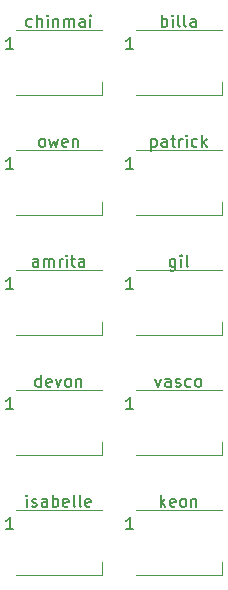
<source format=gbr>
%TF.GenerationSoftware,KiCad,Pcbnew,(5.1.7)-1*%
%TF.CreationDate,2020-11-03T00:11:48-08:00*%
%TF.ProjectId,testpcb,74657374-7063-4622-9e6b-696361645f70,rev?*%
%TF.SameCoordinates,Original*%
%TF.FileFunction,Legend,Top*%
%TF.FilePolarity,Positive*%
%FSLAX46Y46*%
G04 Gerber Fmt 4.6, Leading zero omitted, Abs format (unit mm)*
G04 Created by KiCad (PCBNEW (5.1.7)-1) date 2020-11-03 00:11:48*
%MOMM*%
%LPD*%
G01*
G04 APERTURE LIST*
%ADD10C,0.120000*%
%ADD11C,0.150000*%
%ADD12R,1.500000X1.000000*%
%ADD13O,2.000000X1.600000*%
%ADD14R,2.000000X2.000000*%
G04 APERTURE END LIST*
D10*
%TO.C,devon*%
X50960000Y-122980000D02*
X58260000Y-122980000D01*
X50960000Y-128480000D02*
X58260000Y-128480000D01*
X58260000Y-128480000D02*
X58260000Y-127330000D01*
%TO.C,patrick*%
X61120000Y-102660000D02*
X68420000Y-102660000D01*
X61120000Y-108160000D02*
X68420000Y-108160000D01*
X68420000Y-108160000D02*
X68420000Y-107010000D01*
%TO.C,owen*%
X50960000Y-102660000D02*
X58260000Y-102660000D01*
X50960000Y-108160000D02*
X58260000Y-108160000D01*
X58260000Y-108160000D02*
X58260000Y-107010000D01*
%TO.C,keon*%
X61120000Y-133140000D02*
X68420000Y-133140000D01*
X61120000Y-138640000D02*
X68420000Y-138640000D01*
X68420000Y-138640000D02*
X68420000Y-137490000D01*
%TO.C,isabelle*%
X50960000Y-133140000D02*
X58260000Y-133140000D01*
X50960000Y-138640000D02*
X58260000Y-138640000D01*
X58260000Y-138640000D02*
X58260000Y-137490000D01*
%TO.C,gil*%
X61120000Y-112820000D02*
X68420000Y-112820000D01*
X61120000Y-118320000D02*
X68420000Y-118320000D01*
X68420000Y-118320000D02*
X68420000Y-117170000D01*
%TO.C,chinmai*%
X50960000Y-92500000D02*
X58260000Y-92500000D01*
X50960000Y-98000000D02*
X58260000Y-98000000D01*
X58260000Y-98000000D02*
X58260000Y-96850000D01*
%TO.C,billa*%
X61120000Y-92500000D02*
X68420000Y-92500000D01*
X61120000Y-98000000D02*
X68420000Y-98000000D01*
X68420000Y-98000000D02*
X68420000Y-96850000D01*
%TO.C,amrita*%
X50960000Y-112820000D02*
X58260000Y-112820000D01*
X50960000Y-118320000D02*
X58260000Y-118320000D01*
X58260000Y-118320000D02*
X58260000Y-117170000D01*
%TO.C,vasco*%
X61120000Y-122980000D02*
X68420000Y-122980000D01*
X61120000Y-128480000D02*
X68420000Y-128480000D01*
X68420000Y-128480000D02*
X68420000Y-127330000D01*
%TO.C,devon*%
D11*
X53110000Y-122682380D02*
X53110000Y-121682380D01*
X53110000Y-122634761D02*
X53014761Y-122682380D01*
X52824285Y-122682380D01*
X52729047Y-122634761D01*
X52681428Y-122587142D01*
X52633809Y-122491904D01*
X52633809Y-122206190D01*
X52681428Y-122110952D01*
X52729047Y-122063333D01*
X52824285Y-122015714D01*
X53014761Y-122015714D01*
X53110000Y-122063333D01*
X53967142Y-122634761D02*
X53871904Y-122682380D01*
X53681428Y-122682380D01*
X53586190Y-122634761D01*
X53538571Y-122539523D01*
X53538571Y-122158571D01*
X53586190Y-122063333D01*
X53681428Y-122015714D01*
X53871904Y-122015714D01*
X53967142Y-122063333D01*
X54014761Y-122158571D01*
X54014761Y-122253809D01*
X53538571Y-122349047D01*
X54348095Y-122015714D02*
X54586190Y-122682380D01*
X54824285Y-122015714D01*
X55348095Y-122682380D02*
X55252857Y-122634761D01*
X55205238Y-122587142D01*
X55157619Y-122491904D01*
X55157619Y-122206190D01*
X55205238Y-122110952D01*
X55252857Y-122063333D01*
X55348095Y-122015714D01*
X55490952Y-122015714D01*
X55586190Y-122063333D01*
X55633809Y-122110952D01*
X55681428Y-122206190D01*
X55681428Y-122491904D01*
X55633809Y-122587142D01*
X55586190Y-122634761D01*
X55490952Y-122682380D01*
X55348095Y-122682380D01*
X56110000Y-122015714D02*
X56110000Y-122682380D01*
X56110000Y-122110952D02*
X56157619Y-122063333D01*
X56252857Y-122015714D01*
X56395714Y-122015714D01*
X56490952Y-122063333D01*
X56538571Y-122158571D01*
X56538571Y-122682380D01*
X50745714Y-124582380D02*
X50174285Y-124582380D01*
X50460000Y-124582380D02*
X50460000Y-123582380D01*
X50364761Y-123725238D01*
X50269523Y-123820476D01*
X50174285Y-123868095D01*
%TO.C,patrick*%
X62436666Y-101695714D02*
X62436666Y-102695714D01*
X62436666Y-101743333D02*
X62531904Y-101695714D01*
X62722380Y-101695714D01*
X62817619Y-101743333D01*
X62865238Y-101790952D01*
X62912857Y-101886190D01*
X62912857Y-102171904D01*
X62865238Y-102267142D01*
X62817619Y-102314761D01*
X62722380Y-102362380D01*
X62531904Y-102362380D01*
X62436666Y-102314761D01*
X63770000Y-102362380D02*
X63770000Y-101838571D01*
X63722380Y-101743333D01*
X63627142Y-101695714D01*
X63436666Y-101695714D01*
X63341428Y-101743333D01*
X63770000Y-102314761D02*
X63674761Y-102362380D01*
X63436666Y-102362380D01*
X63341428Y-102314761D01*
X63293809Y-102219523D01*
X63293809Y-102124285D01*
X63341428Y-102029047D01*
X63436666Y-101981428D01*
X63674761Y-101981428D01*
X63770000Y-101933809D01*
X64103333Y-101695714D02*
X64484285Y-101695714D01*
X64246190Y-101362380D02*
X64246190Y-102219523D01*
X64293809Y-102314761D01*
X64389047Y-102362380D01*
X64484285Y-102362380D01*
X64817619Y-102362380D02*
X64817619Y-101695714D01*
X64817619Y-101886190D02*
X64865238Y-101790952D01*
X64912857Y-101743333D01*
X65008095Y-101695714D01*
X65103333Y-101695714D01*
X65436666Y-102362380D02*
X65436666Y-101695714D01*
X65436666Y-101362380D02*
X65389047Y-101410000D01*
X65436666Y-101457619D01*
X65484285Y-101410000D01*
X65436666Y-101362380D01*
X65436666Y-101457619D01*
X66341428Y-102314761D02*
X66246190Y-102362380D01*
X66055714Y-102362380D01*
X65960476Y-102314761D01*
X65912857Y-102267142D01*
X65865238Y-102171904D01*
X65865238Y-101886190D01*
X65912857Y-101790952D01*
X65960476Y-101743333D01*
X66055714Y-101695714D01*
X66246190Y-101695714D01*
X66341428Y-101743333D01*
X66770000Y-102362380D02*
X66770000Y-101362380D01*
X66865238Y-101981428D02*
X67150952Y-102362380D01*
X67150952Y-101695714D02*
X66770000Y-102076666D01*
X60905714Y-104262380D02*
X60334285Y-104262380D01*
X60620000Y-104262380D02*
X60620000Y-103262380D01*
X60524761Y-103405238D01*
X60429523Y-103500476D01*
X60334285Y-103548095D01*
%TO.C,owen*%
X53133809Y-102362380D02*
X53038571Y-102314761D01*
X52990952Y-102267142D01*
X52943333Y-102171904D01*
X52943333Y-101886190D01*
X52990952Y-101790952D01*
X53038571Y-101743333D01*
X53133809Y-101695714D01*
X53276666Y-101695714D01*
X53371904Y-101743333D01*
X53419523Y-101790952D01*
X53467142Y-101886190D01*
X53467142Y-102171904D01*
X53419523Y-102267142D01*
X53371904Y-102314761D01*
X53276666Y-102362380D01*
X53133809Y-102362380D01*
X53800476Y-101695714D02*
X53990952Y-102362380D01*
X54181428Y-101886190D01*
X54371904Y-102362380D01*
X54562380Y-101695714D01*
X55324285Y-102314761D02*
X55229047Y-102362380D01*
X55038571Y-102362380D01*
X54943333Y-102314761D01*
X54895714Y-102219523D01*
X54895714Y-101838571D01*
X54943333Y-101743333D01*
X55038571Y-101695714D01*
X55229047Y-101695714D01*
X55324285Y-101743333D01*
X55371904Y-101838571D01*
X55371904Y-101933809D01*
X54895714Y-102029047D01*
X55800476Y-101695714D02*
X55800476Y-102362380D01*
X55800476Y-101790952D02*
X55848095Y-101743333D01*
X55943333Y-101695714D01*
X56086190Y-101695714D01*
X56181428Y-101743333D01*
X56229047Y-101838571D01*
X56229047Y-102362380D01*
X50745714Y-104262380D02*
X50174285Y-104262380D01*
X50460000Y-104262380D02*
X50460000Y-103262380D01*
X50364761Y-103405238D01*
X50269523Y-103500476D01*
X50174285Y-103548095D01*
%TO.C,keon*%
X63270000Y-132842380D02*
X63270000Y-131842380D01*
X63365238Y-132461428D02*
X63650952Y-132842380D01*
X63650952Y-132175714D02*
X63270000Y-132556666D01*
X64460476Y-132794761D02*
X64365238Y-132842380D01*
X64174761Y-132842380D01*
X64079523Y-132794761D01*
X64031904Y-132699523D01*
X64031904Y-132318571D01*
X64079523Y-132223333D01*
X64174761Y-132175714D01*
X64365238Y-132175714D01*
X64460476Y-132223333D01*
X64508095Y-132318571D01*
X64508095Y-132413809D01*
X64031904Y-132509047D01*
X65079523Y-132842380D02*
X64984285Y-132794761D01*
X64936666Y-132747142D01*
X64889047Y-132651904D01*
X64889047Y-132366190D01*
X64936666Y-132270952D01*
X64984285Y-132223333D01*
X65079523Y-132175714D01*
X65222380Y-132175714D01*
X65317619Y-132223333D01*
X65365238Y-132270952D01*
X65412857Y-132366190D01*
X65412857Y-132651904D01*
X65365238Y-132747142D01*
X65317619Y-132794761D01*
X65222380Y-132842380D01*
X65079523Y-132842380D01*
X65841428Y-132175714D02*
X65841428Y-132842380D01*
X65841428Y-132270952D02*
X65889047Y-132223333D01*
X65984285Y-132175714D01*
X66127142Y-132175714D01*
X66222380Y-132223333D01*
X66270000Y-132318571D01*
X66270000Y-132842380D01*
X60905714Y-134742380D02*
X60334285Y-134742380D01*
X60620000Y-134742380D02*
X60620000Y-133742380D01*
X60524761Y-133885238D01*
X60429523Y-133980476D01*
X60334285Y-134028095D01*
%TO.C,isabelle*%
X51919523Y-132842380D02*
X51919523Y-132175714D01*
X51919523Y-131842380D02*
X51871904Y-131890000D01*
X51919523Y-131937619D01*
X51967142Y-131890000D01*
X51919523Y-131842380D01*
X51919523Y-131937619D01*
X52348095Y-132794761D02*
X52443333Y-132842380D01*
X52633809Y-132842380D01*
X52729047Y-132794761D01*
X52776666Y-132699523D01*
X52776666Y-132651904D01*
X52729047Y-132556666D01*
X52633809Y-132509047D01*
X52490952Y-132509047D01*
X52395714Y-132461428D01*
X52348095Y-132366190D01*
X52348095Y-132318571D01*
X52395714Y-132223333D01*
X52490952Y-132175714D01*
X52633809Y-132175714D01*
X52729047Y-132223333D01*
X53633809Y-132842380D02*
X53633809Y-132318571D01*
X53586190Y-132223333D01*
X53490952Y-132175714D01*
X53300476Y-132175714D01*
X53205238Y-132223333D01*
X53633809Y-132794761D02*
X53538571Y-132842380D01*
X53300476Y-132842380D01*
X53205238Y-132794761D01*
X53157619Y-132699523D01*
X53157619Y-132604285D01*
X53205238Y-132509047D01*
X53300476Y-132461428D01*
X53538571Y-132461428D01*
X53633809Y-132413809D01*
X54110000Y-132842380D02*
X54110000Y-131842380D01*
X54110000Y-132223333D02*
X54205238Y-132175714D01*
X54395714Y-132175714D01*
X54490952Y-132223333D01*
X54538571Y-132270952D01*
X54586190Y-132366190D01*
X54586190Y-132651904D01*
X54538571Y-132747142D01*
X54490952Y-132794761D01*
X54395714Y-132842380D01*
X54205238Y-132842380D01*
X54110000Y-132794761D01*
X55395714Y-132794761D02*
X55300476Y-132842380D01*
X55110000Y-132842380D01*
X55014761Y-132794761D01*
X54967142Y-132699523D01*
X54967142Y-132318571D01*
X55014761Y-132223333D01*
X55110000Y-132175714D01*
X55300476Y-132175714D01*
X55395714Y-132223333D01*
X55443333Y-132318571D01*
X55443333Y-132413809D01*
X54967142Y-132509047D01*
X56014761Y-132842380D02*
X55919523Y-132794761D01*
X55871904Y-132699523D01*
X55871904Y-131842380D01*
X56538571Y-132842380D02*
X56443333Y-132794761D01*
X56395714Y-132699523D01*
X56395714Y-131842380D01*
X57300476Y-132794761D02*
X57205238Y-132842380D01*
X57014761Y-132842380D01*
X56919523Y-132794761D01*
X56871904Y-132699523D01*
X56871904Y-132318571D01*
X56919523Y-132223333D01*
X57014761Y-132175714D01*
X57205238Y-132175714D01*
X57300476Y-132223333D01*
X57348095Y-132318571D01*
X57348095Y-132413809D01*
X56871904Y-132509047D01*
X50745714Y-134742380D02*
X50174285Y-134742380D01*
X50460000Y-134742380D02*
X50460000Y-133742380D01*
X50364761Y-133885238D01*
X50269523Y-133980476D01*
X50174285Y-134028095D01*
%TO.C,gil*%
X64484285Y-111855714D02*
X64484285Y-112665238D01*
X64436666Y-112760476D01*
X64389047Y-112808095D01*
X64293809Y-112855714D01*
X64150952Y-112855714D01*
X64055714Y-112808095D01*
X64484285Y-112474761D02*
X64389047Y-112522380D01*
X64198571Y-112522380D01*
X64103333Y-112474761D01*
X64055714Y-112427142D01*
X64008095Y-112331904D01*
X64008095Y-112046190D01*
X64055714Y-111950952D01*
X64103333Y-111903333D01*
X64198571Y-111855714D01*
X64389047Y-111855714D01*
X64484285Y-111903333D01*
X64960476Y-112522380D02*
X64960476Y-111855714D01*
X64960476Y-111522380D02*
X64912857Y-111570000D01*
X64960476Y-111617619D01*
X65008095Y-111570000D01*
X64960476Y-111522380D01*
X64960476Y-111617619D01*
X65579523Y-112522380D02*
X65484285Y-112474761D01*
X65436666Y-112379523D01*
X65436666Y-111522380D01*
X60905714Y-114422380D02*
X60334285Y-114422380D01*
X60620000Y-114422380D02*
X60620000Y-113422380D01*
X60524761Y-113565238D01*
X60429523Y-113660476D01*
X60334285Y-113708095D01*
%TO.C,chinmai*%
X52348095Y-92154761D02*
X52252857Y-92202380D01*
X52062380Y-92202380D01*
X51967142Y-92154761D01*
X51919523Y-92107142D01*
X51871904Y-92011904D01*
X51871904Y-91726190D01*
X51919523Y-91630952D01*
X51967142Y-91583333D01*
X52062380Y-91535714D01*
X52252857Y-91535714D01*
X52348095Y-91583333D01*
X52776666Y-92202380D02*
X52776666Y-91202380D01*
X53205238Y-92202380D02*
X53205238Y-91678571D01*
X53157619Y-91583333D01*
X53062380Y-91535714D01*
X52919523Y-91535714D01*
X52824285Y-91583333D01*
X52776666Y-91630952D01*
X53681428Y-92202380D02*
X53681428Y-91535714D01*
X53681428Y-91202380D02*
X53633809Y-91250000D01*
X53681428Y-91297619D01*
X53729047Y-91250000D01*
X53681428Y-91202380D01*
X53681428Y-91297619D01*
X54157619Y-91535714D02*
X54157619Y-92202380D01*
X54157619Y-91630952D02*
X54205238Y-91583333D01*
X54300476Y-91535714D01*
X54443333Y-91535714D01*
X54538571Y-91583333D01*
X54586190Y-91678571D01*
X54586190Y-92202380D01*
X55062380Y-92202380D02*
X55062380Y-91535714D01*
X55062380Y-91630952D02*
X55110000Y-91583333D01*
X55205238Y-91535714D01*
X55348095Y-91535714D01*
X55443333Y-91583333D01*
X55490952Y-91678571D01*
X55490952Y-92202380D01*
X55490952Y-91678571D02*
X55538571Y-91583333D01*
X55633809Y-91535714D01*
X55776666Y-91535714D01*
X55871904Y-91583333D01*
X55919523Y-91678571D01*
X55919523Y-92202380D01*
X56824285Y-92202380D02*
X56824285Y-91678571D01*
X56776666Y-91583333D01*
X56681428Y-91535714D01*
X56490952Y-91535714D01*
X56395714Y-91583333D01*
X56824285Y-92154761D02*
X56729047Y-92202380D01*
X56490952Y-92202380D01*
X56395714Y-92154761D01*
X56348095Y-92059523D01*
X56348095Y-91964285D01*
X56395714Y-91869047D01*
X56490952Y-91821428D01*
X56729047Y-91821428D01*
X56824285Y-91773809D01*
X57300476Y-92202380D02*
X57300476Y-91535714D01*
X57300476Y-91202380D02*
X57252857Y-91250000D01*
X57300476Y-91297619D01*
X57348095Y-91250000D01*
X57300476Y-91202380D01*
X57300476Y-91297619D01*
X50745714Y-94102380D02*
X50174285Y-94102380D01*
X50460000Y-94102380D02*
X50460000Y-93102380D01*
X50364761Y-93245238D01*
X50269523Y-93340476D01*
X50174285Y-93388095D01*
%TO.C,billa*%
X63341428Y-92202380D02*
X63341428Y-91202380D01*
X63341428Y-91583333D02*
X63436666Y-91535714D01*
X63627142Y-91535714D01*
X63722380Y-91583333D01*
X63770000Y-91630952D01*
X63817619Y-91726190D01*
X63817619Y-92011904D01*
X63770000Y-92107142D01*
X63722380Y-92154761D01*
X63627142Y-92202380D01*
X63436666Y-92202380D01*
X63341428Y-92154761D01*
X64246190Y-92202380D02*
X64246190Y-91535714D01*
X64246190Y-91202380D02*
X64198571Y-91250000D01*
X64246190Y-91297619D01*
X64293809Y-91250000D01*
X64246190Y-91202380D01*
X64246190Y-91297619D01*
X64865238Y-92202380D02*
X64770000Y-92154761D01*
X64722380Y-92059523D01*
X64722380Y-91202380D01*
X65389047Y-92202380D02*
X65293809Y-92154761D01*
X65246190Y-92059523D01*
X65246190Y-91202380D01*
X66198571Y-92202380D02*
X66198571Y-91678571D01*
X66150952Y-91583333D01*
X66055714Y-91535714D01*
X65865238Y-91535714D01*
X65770000Y-91583333D01*
X66198571Y-92154761D02*
X66103333Y-92202380D01*
X65865238Y-92202380D01*
X65770000Y-92154761D01*
X65722380Y-92059523D01*
X65722380Y-91964285D01*
X65770000Y-91869047D01*
X65865238Y-91821428D01*
X66103333Y-91821428D01*
X66198571Y-91773809D01*
X60905714Y-94102380D02*
X60334285Y-94102380D01*
X60620000Y-94102380D02*
X60620000Y-93102380D01*
X60524761Y-93245238D01*
X60429523Y-93340476D01*
X60334285Y-93388095D01*
%TO.C,amrita*%
X52871904Y-112522380D02*
X52871904Y-111998571D01*
X52824285Y-111903333D01*
X52729047Y-111855714D01*
X52538571Y-111855714D01*
X52443333Y-111903333D01*
X52871904Y-112474761D02*
X52776666Y-112522380D01*
X52538571Y-112522380D01*
X52443333Y-112474761D01*
X52395714Y-112379523D01*
X52395714Y-112284285D01*
X52443333Y-112189047D01*
X52538571Y-112141428D01*
X52776666Y-112141428D01*
X52871904Y-112093809D01*
X53348095Y-112522380D02*
X53348095Y-111855714D01*
X53348095Y-111950952D02*
X53395714Y-111903333D01*
X53490952Y-111855714D01*
X53633809Y-111855714D01*
X53729047Y-111903333D01*
X53776666Y-111998571D01*
X53776666Y-112522380D01*
X53776666Y-111998571D02*
X53824285Y-111903333D01*
X53919523Y-111855714D01*
X54062380Y-111855714D01*
X54157619Y-111903333D01*
X54205238Y-111998571D01*
X54205238Y-112522380D01*
X54681428Y-112522380D02*
X54681428Y-111855714D01*
X54681428Y-112046190D02*
X54729047Y-111950952D01*
X54776666Y-111903333D01*
X54871904Y-111855714D01*
X54967142Y-111855714D01*
X55300476Y-112522380D02*
X55300476Y-111855714D01*
X55300476Y-111522380D02*
X55252857Y-111570000D01*
X55300476Y-111617619D01*
X55348095Y-111570000D01*
X55300476Y-111522380D01*
X55300476Y-111617619D01*
X55633809Y-111855714D02*
X56014761Y-111855714D01*
X55776666Y-111522380D02*
X55776666Y-112379523D01*
X55824285Y-112474761D01*
X55919523Y-112522380D01*
X56014761Y-112522380D01*
X56776666Y-112522380D02*
X56776666Y-111998571D01*
X56729047Y-111903333D01*
X56633809Y-111855714D01*
X56443333Y-111855714D01*
X56348095Y-111903333D01*
X56776666Y-112474761D02*
X56681428Y-112522380D01*
X56443333Y-112522380D01*
X56348095Y-112474761D01*
X56300476Y-112379523D01*
X56300476Y-112284285D01*
X56348095Y-112189047D01*
X56443333Y-112141428D01*
X56681428Y-112141428D01*
X56776666Y-112093809D01*
X50745714Y-114422380D02*
X50174285Y-114422380D01*
X50460000Y-114422380D02*
X50460000Y-113422380D01*
X50364761Y-113565238D01*
X50269523Y-113660476D01*
X50174285Y-113708095D01*
%TO.C,vasco*%
X62793809Y-122015714D02*
X63031904Y-122682380D01*
X63270000Y-122015714D01*
X64079523Y-122682380D02*
X64079523Y-122158571D01*
X64031904Y-122063333D01*
X63936666Y-122015714D01*
X63746190Y-122015714D01*
X63650952Y-122063333D01*
X64079523Y-122634761D02*
X63984285Y-122682380D01*
X63746190Y-122682380D01*
X63650952Y-122634761D01*
X63603333Y-122539523D01*
X63603333Y-122444285D01*
X63650952Y-122349047D01*
X63746190Y-122301428D01*
X63984285Y-122301428D01*
X64079523Y-122253809D01*
X64508095Y-122634761D02*
X64603333Y-122682380D01*
X64793809Y-122682380D01*
X64889047Y-122634761D01*
X64936666Y-122539523D01*
X64936666Y-122491904D01*
X64889047Y-122396666D01*
X64793809Y-122349047D01*
X64650952Y-122349047D01*
X64555714Y-122301428D01*
X64508095Y-122206190D01*
X64508095Y-122158571D01*
X64555714Y-122063333D01*
X64650952Y-122015714D01*
X64793809Y-122015714D01*
X64889047Y-122063333D01*
X65793809Y-122634761D02*
X65698571Y-122682380D01*
X65508095Y-122682380D01*
X65412857Y-122634761D01*
X65365238Y-122587142D01*
X65317619Y-122491904D01*
X65317619Y-122206190D01*
X65365238Y-122110952D01*
X65412857Y-122063333D01*
X65508095Y-122015714D01*
X65698571Y-122015714D01*
X65793809Y-122063333D01*
X66365238Y-122682380D02*
X66270000Y-122634761D01*
X66222380Y-122587142D01*
X66174761Y-122491904D01*
X66174761Y-122206190D01*
X66222380Y-122110952D01*
X66270000Y-122063333D01*
X66365238Y-122015714D01*
X66508095Y-122015714D01*
X66603333Y-122063333D01*
X66650952Y-122110952D01*
X66698571Y-122206190D01*
X66698571Y-122491904D01*
X66650952Y-122587142D01*
X66603333Y-122634761D01*
X66508095Y-122682380D01*
X66365238Y-122682380D01*
X60905714Y-124582380D02*
X60334285Y-124582380D01*
X60620000Y-124582380D02*
X60620000Y-123582380D01*
X60524761Y-123725238D01*
X60429523Y-123820476D01*
X60334285Y-123868095D01*
%TD*%
%LPC*%
D12*
%TO.C,devon*%
X52160000Y-124130000D03*
X52160000Y-127330000D03*
X57060000Y-124130000D03*
X57060000Y-127330000D03*
%TD*%
D13*
%TO.C,U1*%
X48260000Y-116840000D03*
X48260000Y-119380000D03*
X48260000Y-121920000D03*
X48260000Y-124460000D03*
X48260000Y-127000000D03*
X48260000Y-129540000D03*
X48260000Y-132080000D03*
X48260000Y-134620000D03*
X71120000Y-134620000D03*
X71120000Y-132080000D03*
X71120000Y-129540000D03*
X71120000Y-127000000D03*
X71120000Y-124460000D03*
X71120000Y-121920000D03*
D14*
X71120000Y-116840000D03*
D13*
X71120000Y-119380000D03*
%TD*%
D12*
%TO.C,patrick*%
X62320000Y-103810000D03*
X62320000Y-107010000D03*
X67220000Y-103810000D03*
X67220000Y-107010000D03*
%TD*%
%TO.C,owen*%
X52160000Y-103810000D03*
X52160000Y-107010000D03*
X57060000Y-103810000D03*
X57060000Y-107010000D03*
%TD*%
%TO.C,keon*%
X62320000Y-134290000D03*
X62320000Y-137490000D03*
X67220000Y-134290000D03*
X67220000Y-137490000D03*
%TD*%
%TO.C,isabelle*%
X52160000Y-134290000D03*
X52160000Y-137490000D03*
X57060000Y-134290000D03*
X57060000Y-137490000D03*
%TD*%
%TO.C,gil*%
X62320000Y-113970000D03*
X62320000Y-117170000D03*
X67220000Y-113970000D03*
X67220000Y-117170000D03*
%TD*%
%TO.C,chinmai*%
X52160000Y-93650000D03*
X52160000Y-96850000D03*
X57060000Y-93650000D03*
X57060000Y-96850000D03*
%TD*%
%TO.C,billa*%
X62320000Y-93650000D03*
X62320000Y-96850000D03*
X67220000Y-93650000D03*
X67220000Y-96850000D03*
%TD*%
%TO.C,amrita*%
X52160000Y-113970000D03*
X52160000Y-117170000D03*
X57060000Y-113970000D03*
X57060000Y-117170000D03*
%TD*%
%TO.C,vasco*%
X62320000Y-124130000D03*
X62320000Y-127330000D03*
X67220000Y-124130000D03*
X67220000Y-127330000D03*
%TD*%
M02*

</source>
